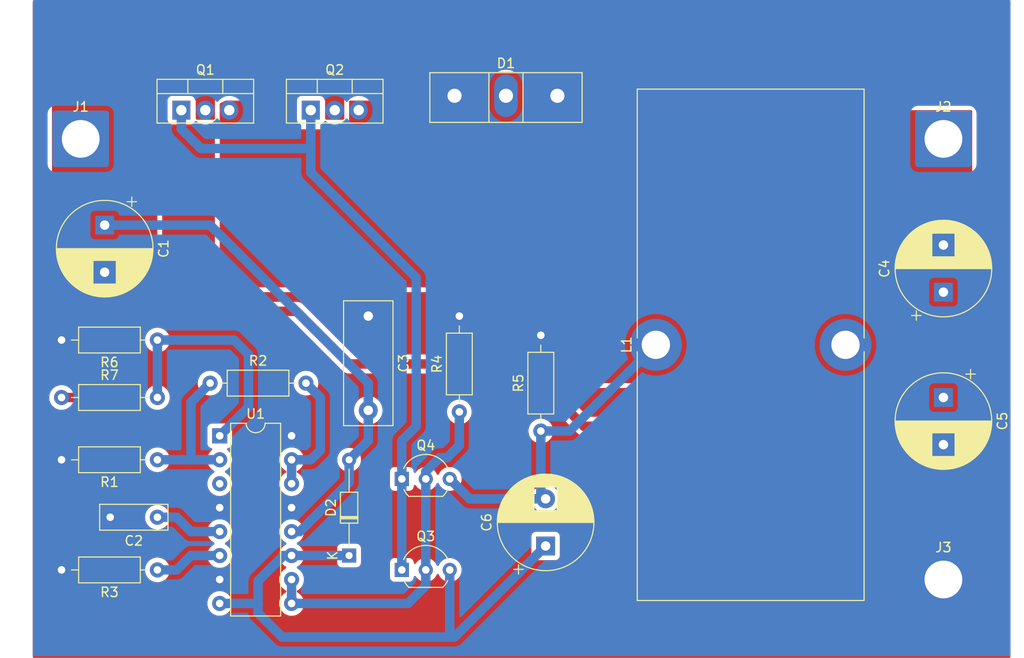
<source format=kicad_pcb>
(kicad_pcb (version 20171130) (host pcbnew "(5.1.6)-1")
  (layers (0 F.Cu signal) (31 B.Cu signal) (34 B.Paste user) (35 F.Paste user) (36 B.SilkS user) (37 F.SilkS user) (38 B.Mask user) (39 F.Mask user) (44 Edge.Cuts user))
  (net 0 "")
  (net 1 GND)
  (net 2 +BATT)
  (net 3 "Net-(C2-Pad1)")
  (net 4 VCC)
  (net 5 "Net-(C6-Pad2)")
  (net 6 "Net-(C6-Pad1)")
  (net 7 "Net-(Q1-Pad1)")
  (net 8 "Net-(Q3-Pad2)")
  (net 9 "Net-(R1-Pad1)")
  (net 10 "Net-(R2-Pad2)")
  (net 11 "Net-(R3-Pad1)")
  (net 12 "Net-(R6-Pad1)")
  (net 13 "Net-(U1-Pad3)")
  (module Connector_Wire:SolderWire-2.5sqmm_1x01_D2.4mm_OD4.4mm (layer F.Cu) (at 193.548 129.54)
    (fp_text reference J3 (at 0 -3.4) (layer F.SilkS))
    (fp_text value Screw_Terminal_01x01)
    (pad 1 thru_hole roundrect (at 0 0) (size 6 6) (drill 4) (layers *.Cu *.Mask) (roundrect_rratio 0.057) (net 1 GND))
  )
  (module Connector_Wire:SolderWire-2.5sqmm_1x01_D2.4mm_OD4.4mm (layer F.Cu) (at 193.548 82.804)
    (fp_text reference J2 (at 0 -3.4) (layer F.SilkS))
    (fp_text value Screw_Terminal_01x01)
    (pad 1 thru_hole roundrect (at 0 0) (size 6 6) (drill 4) (layers *.Cu *.Mask) (roundrect_rratio 0.057) (net 4 VCC))
  )
  (module Connector_Wire:SolderWire-2.5sqmm_1x01_D2.4mm_OD4.4mm (layer F.Cu) (at 102.108 82.804)
    (fp_text reference J1 (at 0 -3.4) (layer F.SilkS))
    (fp_text value Screw_Terminal_01x01)
    (pad 1 thru_hole roundrect (at 0 0) (size 6 6) (drill 4) (layers *.Cu *.Mask) (roundrect_rratio 0.057) (net 2 +BATT))
  )
  (module Package_DIP:DIP-16_W7.62mm (layer F.Cu) (at 116.84 114.3)
    (fp_text reference U1 (at 3.81 -2.33) (layer F.SilkS))
    (fp_text value TL494)
    (pad 16 thru_hole oval (at 7.62 0) (size 1.6 1.6) (drill 0.8) (layers *.Cu *.Mask) (net 1 GND))
    (pad 8 thru_hole oval (at 0 17.78) (size 1.6 1.6) (drill 0.8) (layers *.Cu *.Mask) (net 6 "Net-(C6-Pad1)"))
    (pad 15 thru_hole oval (at 7.62 2.54) (size 1.6 1.6) (drill 0.8) (layers *.Cu *.Mask) (net 10 "Net-(R2-Pad2)"))
    (pad 7 thru_hole oval (at 0 15.24) (size 1.6 1.6) (drill 0.8) (layers *.Cu *.Mask) (net 1 GND))
    (pad 14 thru_hole oval (at 7.62 5.08) (size 1.6 1.6) (drill 0.8) (layers *.Cu *.Mask) (net 10 "Net-(R2-Pad2)"))
    (pad 6 thru_hole oval (at 0 12.7) (size 1.6 1.6) (drill 0.8) (layers *.Cu *.Mask) (net 11 "Net-(R3-Pad1)"))
    (pad 13 thru_hole oval (at 7.62 7.62) (size 1.6 1.6) (drill 0.8) (layers *.Cu *.Mask) (net 1 GND))
    (pad 5 thru_hole oval (at 0 10.16) (size 1.6 1.6) (drill 0.8) (layers *.Cu *.Mask) (net 3 "Net-(C2-Pad1)"))
    (pad 12 thru_hole oval (at 7.62 10.16) (size 1.6 1.6) (drill 0.8) (layers *.Cu *.Mask) (net 2 +BATT))
    (pad 4 thru_hole oval (at 0 7.62) (size 1.6 1.6) (drill 0.8) (layers *.Cu *.Mask) (net 1 GND))
    (pad 11 thru_hole oval (at 7.62 12.7) (size 1.6 1.6) (drill 0.8) (layers *.Cu *.Mask) (net 6 "Net-(C6-Pad1)"))
    (pad 3 thru_hole oval (at 0 5.08) (size 1.6 1.6) (drill 0.8) (layers *.Cu *.Mask) (net 13 "Net-(U1-Pad3)"))
    (pad 10 thru_hole oval (at 7.62 15.24) (size 1.6 1.6) (drill 0.8) (layers *.Cu *.Mask) (net 8 "Net-(Q3-Pad2)"))
    (pad 2 thru_hole oval (at 0 2.54) (size 1.6 1.6) (drill 0.8) (layers *.Cu *.Mask) (net 9 "Net-(R1-Pad1)"))
    (pad 9 thru_hole oval (at 7.62 17.78) (size 1.6 1.6) (drill 0.8) (layers *.Cu *.Mask) (net 8 "Net-(Q3-Pad2)"))
    (pad 1 thru_hole rect (at 0 0) (size 1.6 1.6) (drill 0.8) (layers *.Cu *.Mask) (net 12 "Net-(R6-Pad1)"))
  )
  (module Resistor_THT:R_Axial_DIN0207_L6.3mm_D2.5mm_P10.16mm_Horizontal (layer F.Cu) (at 100.076 110.236)
    (fp_text reference R7 (at 5.08 -2.37) (layer F.SilkS))
    (fp_text value 8.2k)
    (pad 2 thru_hole oval (at 10.16 0) (size 1.6 1.6) (drill 0.8) (layers *.Cu *.Mask) (net 12 "Net-(R6-Pad1)"))
    (pad 1 thru_hole circle (at 0 0) (size 1.6 1.6) (drill 0.8) (layers *.Cu *.Mask) (net 4 VCC))
  )
  (module Resistor_THT:R_Axial_DIN0207_L6.3mm_D2.5mm_P10.16mm_Horizontal (layer F.Cu) (at 110.236 104.14 180)
    (fp_text reference R6 (at 5.08 -2.37) (layer F.SilkS))
    (fp_text value 2k)
    (pad 2 thru_hole oval (at 10.16 0 180) (size 1.6 1.6) (drill 0.8) (layers *.Cu *.Mask) (net 1 GND))
    (pad 1 thru_hole circle (at 0 0 180) (size 1.6 1.6) (drill 0.8) (layers *.Cu *.Mask) (net 12 "Net-(R6-Pad1)"))
  )
  (module Resistor_THT:R_Axial_DIN0207_L6.3mm_D2.5mm_P10.16mm_Horizontal (layer F.Cu) (at 150.876 113.792 90)
    (fp_text reference R5 (at 5.08 -2.37 90) (layer F.SilkS))
    (fp_text value 470)
    (pad 2 thru_hole oval (at 10.16 0 90) (size 1.6 1.6) (drill 0.8) (layers *.Cu *.Mask) (net 1 GND))
    (pad 1 thru_hole circle (at 0 0 90) (size 1.6 1.6) (drill 0.8) (layers *.Cu *.Mask) (net 5 "Net-(C6-Pad2)"))
  )
  (module Resistor_THT:R_Axial_DIN0207_L6.3mm_D2.5mm_P10.16mm_Horizontal (layer F.Cu) (at 142.24 111.76 90)
    (fp_text reference R4 (at 5.08 -2.37 90) (layer F.SilkS))
    (fp_text value 10k)
    (pad 2 thru_hole oval (at 10.16 0 90) (size 1.6 1.6) (drill 0.8) (layers *.Cu *.Mask) (net 1 GND))
    (pad 1 thru_hole circle (at 0 0 90) (size 1.6 1.6) (drill 0.8) (layers *.Cu *.Mask) (net 8 "Net-(Q3-Pad2)"))
  )
  (module Resistor_THT:R_Axial_DIN0207_L6.3mm_D2.5mm_P10.16mm_Horizontal (layer F.Cu) (at 110.236 128.524 180)
    (fp_text reference R3 (at 5.08 -2.37) (layer F.SilkS))
    (fp_text value 7.5k)
    (pad 2 thru_hole oval (at 10.16 0 180) (size 1.6 1.6) (drill 0.8) (layers *.Cu *.Mask) (net 1 GND))
    (pad 1 thru_hole circle (at 0 0 180) (size 1.6 1.6) (drill 0.8) (layers *.Cu *.Mask) (net 11 "Net-(R3-Pad1)"))
  )
  (module Resistor_THT:R_Axial_DIN0207_L6.3mm_D2.5mm_P10.16mm_Horizontal (layer F.Cu) (at 115.824 108.712)
    (fp_text reference R2 (at 5.08 -2.37) (layer F.SilkS))
    (fp_text value 5.1k)
    (pad 2 thru_hole oval (at 10.16 0) (size 1.6 1.6) (drill 0.8) (layers *.Cu *.Mask) (net 10 "Net-(R2-Pad2)"))
    (pad 1 thru_hole circle (at 0 0) (size 1.6 1.6) (drill 0.8) (layers *.Cu *.Mask) (net 9 "Net-(R1-Pad1)"))
  )
  (module Resistor_THT:R_Axial_DIN0207_L6.3mm_D2.5mm_P10.16mm_Horizontal (layer F.Cu) (at 110.236 116.84 180)
    (fp_text reference R1 (at 5.08 -2.37) (layer F.SilkS))
    (fp_text value 5.1k)
    (pad 2 thru_hole oval (at 10.16 0 180) (size 1.6 1.6) (drill 0.8) (layers *.Cu *.Mask) (net 1 GND))
    (pad 1 thru_hole circle (at 0 0 180) (size 1.6 1.6) (drill 0.8) (layers *.Cu *.Mask) (net 9 "Net-(R1-Pad1)"))
  )
  (module Package_TO_SOT_THT:TO-92_Inline_Wide (layer F.Cu) (at 136.144 118.872)
    (fp_text reference Q4 (at 2.54 -3.56) (layer F.SilkS))
    (fp_text value Q_PNP_EBC)
    (pad 1 thru_hole rect (at 0 0 90) (size 1.5 1.5) (drill 0.8) (layers *.Cu *.Mask) (net 7 "Net-(Q1-Pad1)"))
    (pad 3 thru_hole circle (at 5.08 0 90) (size 1.5 1.5) (drill 0.8) (layers *.Cu *.Mask) (net 5 "Net-(C6-Pad2)"))
    (pad 2 thru_hole circle (at 2.54 0 90) (size 1.5 1.5) (drill 0.8) (layers *.Cu *.Mask) (net 8 "Net-(Q3-Pad2)"))
  )
  (module Package_TO_SOT_THT:TO-92_Inline_Wide (layer F.Cu) (at 136.144 128.524)
    (fp_text reference Q3 (at 2.54 -3.56) (layer F.SilkS))
    (fp_text value Q_NPN_EBC)
    (pad 1 thru_hole rect (at 0 0 90) (size 1.5 1.5) (drill 0.8) (layers *.Cu *.Mask) (net 7 "Net-(Q1-Pad1)"))
    (pad 3 thru_hole circle (at 5.08 0 90) (size 1.5 1.5) (drill 0.8) (layers *.Cu *.Mask) (net 6 "Net-(C6-Pad1)"))
    (pad 2 thru_hole circle (at 2.54 0 90) (size 1.5 1.5) (drill 0.8) (layers *.Cu *.Mask) (net 8 "Net-(Q3-Pad2)"))
  )
  (module Package_TO_SOT_THT:TO-220-3_Vertical (layer F.Cu) (at 126.492 79.756)
    (fp_text reference Q2 (at 2.54 -4.27) (layer F.SilkS))
    (fp_text value Q_NMOS_GDS)
    (pad 3 thru_hole oval (at 5.08 0) (size 1.905 2) (drill 1.1) (layers *.Cu *.Mask) (net 5 "Net-(C6-Pad2)"))
    (pad 2 thru_hole oval (at 2.54 0) (size 1.905 2) (drill 1.1) (layers *.Cu *.Mask) (net 2 +BATT))
    (pad 1 thru_hole rect (at 0 0) (size 1.905 2) (drill 1.1) (layers *.Cu *.Mask) (net 7 "Net-(Q1-Pad1)"))
  )
  (module Package_TO_SOT_THT:TO-220-3_Vertical (layer F.Cu) (at 112.776 79.756)
    (fp_text reference Q1 (at 2.54 -4.27) (layer F.SilkS))
    (fp_text value Q_NMOS_GDS)
    (pad 3 thru_hole oval (at 5.08 0) (size 1.905 2) (drill 1.1) (layers *.Cu *.Mask) (net 5 "Net-(C6-Pad2)"))
    (pad 2 thru_hole oval (at 2.54 0) (size 1.905 2) (drill 1.1) (layers *.Cu *.Mask) (net 2 +BATT))
    (pad 1 thru_hole rect (at 0 0) (size 1.905 2) (drill 1.1) (layers *.Cu *.Mask) (net 7 "Net-(Q1-Pad1)"))
  )
  (module Inductor_THT:L_Toroid_Vertical_L54.0mm_W23.8mm_P20.10mm_Bourns_5700 (layer F.Cu) (at 163.068 104.648 90)
    (fp_text reference L1 (at 0 -3.1 90) (layer F.SilkS))
    (fp_text value 50u)
    (pad 2 thru_hole circle (at 0 20.1 90) (size 5.5 5.5) (drill 3) (layers *.Cu *.Mask) (net 4 VCC))
    (pad 1 thru_hole circle (at 0 0 90) (size 5.5 5.5) (drill 3) (layers *.Cu *.Mask) (net 5 "Net-(C6-Pad2)"))
  )
  (module Diode_THT:D_DO-34_SOD68_P10.16mm_Horizontal (layer F.Cu) (at 130.556 127 90)
    (fp_text reference D2 (at 5.08 -1.92 90) (layer F.SilkS))
    (fp_text value D)
    (fp_text user K (at 0 -1.75 90) (layer F.SilkS))
    (pad 2 thru_hole oval (at 10.16 0 90) (size 1.5 1.5) (drill 0.75) (layers *.Cu *.Mask) (net 2 +BATT))
    (pad 1 thru_hole rect (at 0 0 90) (size 1.5 1.5) (drill 0.75) (layers *.Cu *.Mask) (net 6 "Net-(C6-Pad1)"))
  )
  (module Package_TO_SOT_THT:TO-247-3_Vertical (layer F.Cu) (at 141.732 78.232)
    (fp_text reference D1 (at 5.45 -3.45) (layer F.SilkS))
    (fp_text value D_Schottky_x2_KCom_AKA)
    (pad 3 thru_hole oval (at 10.9 0) (size 2.5 4.5) (drill 1.5) (layers *.Cu *.Mask) (net 1 GND))
    (pad 2 thru_hole oval (at 5.45 0) (size 2.5 4.5) (drill 1.5) (layers *.Cu *.Mask) (net 5 "Net-(C6-Pad2)"))
    (pad 1 thru_hole rect (at 0 0) (size 2.5 4.5) (drill 1.5) (layers *.Cu *.Mask) (net 1 GND))
  )
  (module Capacitor_THT:CP_Radial_D10.0mm_P5.00mm (layer F.Cu) (at 151.384 125.984 90)
    (fp_text reference C6 (at 2.5 -6.25 90) (layer F.SilkS))
    (fp_text value 1u)
    (pad 1 thru_hole rect (at 0 0 90) (size 2 2) (drill 1) (layers *.Cu *.Mask) (net 6 "Net-(C6-Pad1)"))
    (pad 2 thru_hole circle (at 5 0 90) (size 2 2) (drill 1) (layers *.Cu *.Mask) (net 5 "Net-(C6-Pad2)"))
  )
  (module Capacitor_THT:CP_Radial_D10.0mm_P5.00mm (layer F.Cu) (at 193.548 110.236 270)
    (fp_text reference C5 (at 2.5 -6.25 90) (layer F.SilkS))
    (fp_text value 2200u)
    (pad 2 thru_hole circle (at 5 0 270) (size 2 2) (drill 1) (layers *.Cu *.Mask) (net 1 GND))
    (pad 1 thru_hole rect (at 0 0 270) (size 2 2) (drill 1) (layers *.Cu *.Mask) (net 4 VCC))
  )
  (module Capacitor_THT:CP_Radial_D10.0mm_P5.00mm (layer F.Cu) (at 193.548 99.06 90)
    (fp_text reference C4 (at 2.5 -6.25 90) (layer F.SilkS))
    (fp_text value 2200u)
    (pad 2 thru_hole circle (at 5 0 90) (size 2 2) (drill 1) (layers *.Cu *.Mask) (net 1 GND))
    (pad 1 thru_hole rect (at 0 0 90) (size 2 2) (drill 1) (layers *.Cu *.Mask) (net 4 VCC))
  )
  (module Capacitor_THT:C_Rect_L13.0mm_W5.0mm_P10.00mm_FKS3_FKP3_MKS4 (layer F.Cu) (at 132.588 101.6 270)
    (fp_text reference C3 (at 5 -3.75 90) (layer F.SilkS))
    (fp_text value 0.1u)
    (pad 2 thru_hole circle (at 10 0 270) (size 2 2) (drill 1) (layers *.Cu *.Mask) (net 2 +BATT))
    (pad 1 thru_hole circle (at 0 0 270) (size 2 2) (drill 1) (layers *.Cu *.Mask) (net 1 GND))
  )
  (module Capacitor_THT:C_Disc_D7.0mm_W2.5mm_P5.00mm (layer F.Cu) (at 110.236 122.936 180)
    (fp_text reference C2 (at 2.5 -2.5) (layer F.SilkS))
    (fp_text value 1n)
    (pad 2 thru_hole circle (at 5 0 180) (size 1.6 1.6) (drill 0.8) (layers *.Cu *.Mask) (net 1 GND))
    (pad 1 thru_hole circle (at 0 0 180) (size 1.6 1.6) (drill 0.8) (layers *.Cu *.Mask) (net 3 "Net-(C2-Pad1)"))
  )
  (module Capacitor_THT:CP_Radial_D10.0mm_P5.00mm (layer F.Cu) (at 104.648 91.948 270)
    (fp_text reference C1 (at 2.5 -6.25 90) (layer F.SilkS))
    (fp_text value 2200u)
    (pad 2 thru_hole circle (at 5 0 270) (size 2 2) (drill 1) (layers *.Cu *.Mask) (net 1 GND))
    (pad 1 thru_hole rect (at 0 0 270) (size 2 2) (drill 1) (layers *.Cu *.Mask) (net 2 +BATT))
  )
  (segment (start 125.324002 124.46) (end 124.46 124.46) (width 1) (layer B.Cu) (net 2))
  (segment (start 130.556 119.228002) (end 125.324002 124.46) (width 1) (layer B.Cu) (net 2))
  (segment (start 130.556 116.84) (end 130.556 119.228002) (width 1) (layer B.Cu) (net 2))
  (segment (start 132.588 114.808) (end 130.556 116.84) (width 1) (layer B.Cu) (net 2))
  (segment (start 132.588 111.6) (end 132.588 114.808) (width 1) (layer B.Cu) (net 2))
  (segment (start 104.648 91.948) (end 115.824 91.948) (width 1) (layer B.Cu) (net 2))
  (segment (start 132.588 108.712) (end 132.588 111.6) (width 1) (layer B.Cu) (net 2))
  (segment (start 115.824 91.948) (end 132.588 108.712) (width 1) (layer B.Cu) (net 2))
  (segment (start 110.236 122.936) (end 112.268 122.936) (width 1) (layer B.Cu) (net 3))
  (segment (start 113.792 124.46) (end 116.84 124.46) (width 1) (layer B.Cu) (net 3))
  (segment (start 112.268 122.936) (end 113.792 124.46) (width 1) (layer B.Cu) (net 3))
  (segment (start 148.844 106.68) (end 155.448 113.284) (width 1) (layer F.Cu) (net 4))
  (segment (start 124.968 101.092) (end 130.556 106.68) (width 1) (layer F.Cu) (net 4))
  (segment (start 174.532 113.284) (end 183.168 104.648) (width 1) (layer F.Cu) (net 4))
  (segment (start 101.6 110.236) (end 105.156 106.68) (width 1) (layer F.Cu) (net 4))
  (segment (start 130.556 106.68) (end 148.844 106.68) (width 1) (layer F.Cu) (net 4))
  (segment (start 105.156 106.68) (end 105.156 103.124) (width 1) (layer F.Cu) (net 4))
  (segment (start 155.448 113.284) (end 174.532 113.284) (width 1) (layer F.Cu) (net 4))
  (segment (start 100.076 110.236) (end 101.6 110.236) (width 1) (layer F.Cu) (net 4))
  (segment (start 105.156 103.124) (end 107.188 101.092) (width 1) (layer F.Cu) (net 4))
  (segment (start 107.188 101.092) (end 124.968 101.092) (width 1) (layer F.Cu) (net 4))
  (segment (start 143.336 120.984) (end 141.224 118.872) (width 1) (layer B.Cu) (net 5))
  (segment (start 151.384 120.984) (end 143.336 120.984) (width 1) (layer B.Cu) (net 5))
  (segment (start 150.876 120.476) (end 151.384 120.984) (width 1) (layer B.Cu) (net 5))
  (segment (start 150.876 113.792) (end 150.876 120.476) (width 1) (layer B.Cu) (net 5))
  (segment (start 153.924 113.792) (end 150.876 113.792) (width 1) (layer B.Cu) (net 5))
  (segment (start 163.068 104.648) (end 153.924 113.792) (width 1) (layer B.Cu) (net 5))
  (segment (start 130.556 127) (end 124.46 127) (width 1) (layer B.Cu) (net 6))
  (segment (start 151.384 125.984) (end 141.732 135.636) (width 1) (layer B.Cu) (net 6))
  (segment (start 123.444 135.636) (end 120.904 133.096) (width 1) (layer B.Cu) (net 6))
  (segment (start 123.595998 127) (end 124.46 127) (width 1) (layer B.Cu) (net 6))
  (segment (start 120.904 129.691998) (end 123.595998 127) (width 1) (layer B.Cu) (net 6))
  (segment (start 116.84 132.08) (end 120.904 132.08) (width 1) (layer B.Cu) (net 6))
  (segment (start 120.904 133.096) (end 120.904 132.08) (width 1) (layer B.Cu) (net 6))
  (segment (start 120.904 132.08) (end 120.904 129.691998) (width 1) (layer B.Cu) (net 6))
  (segment (start 141.224 128.524) (end 141.224 135.636) (width 1) (layer B.Cu) (net 6))
  (segment (start 141.732 135.636) (end 141.224 135.636) (width 1) (layer B.Cu) (net 6))
  (segment (start 141.224 135.636) (end 123.444 135.636) (width 1) (layer B.Cu) (net 6))
  (segment (start 126.492 86.36) (end 137.668 97.536) (width 1) (layer B.Cu) (net 7))
  (segment (start 137.668 97.536) (end 137.668 113.284) (width 1) (layer B.Cu) (net 7))
  (segment (start 136.144 114.808) (end 136.144 118.872) (width 1) (layer B.Cu) (net 7))
  (segment (start 137.668 113.284) (end 136.144 114.808) (width 1) (layer B.Cu) (net 7))
  (segment (start 114.84 83.82) (end 126.492 83.82) (width 1) (layer B.Cu) (net 7))
  (segment (start 126.492 79.756) (end 126.492 83.82) (width 1) (layer B.Cu) (net 7))
  (segment (start 112.776 81.756) (end 114.84 83.82) (width 1) (layer B.Cu) (net 7))
  (segment (start 112.776 79.756) (end 112.776 81.756) (width 1) (layer B.Cu) (net 7))
  (segment (start 126.492 83.82) (end 126.492 86.36) (width 1) (layer B.Cu) (net 7))
  (segment (start 136.144 118.872) (end 136.144 128.524) (width 1) (layer B.Cu) (net 7))
  (segment (start 124.46 132.08) (end 124.46 129.54) (width 1) (layer B.Cu) (net 8))
  (segment (start 138.684 128.524) (end 138.684 118.872) (width 1) (layer B.Cu) (net 8))
  (segment (start 136.788002 132.08) (end 124.46 132.08) (width 1) (layer B.Cu) (net 8))
  (segment (start 138.684 130.184002) (end 136.788002 132.08) (width 1) (layer B.Cu) (net 8))
  (segment (start 138.684 128.524) (end 138.684 130.184002) (width 1) (layer B.Cu) (net 8))
  (segment (start 142.24 111.76) (end 142.24 115.316) (width 1) (layer B.Cu) (net 8))
  (segment (start 138.684 118.081998) (end 138.684 118.872) (width 1) (layer B.Cu) (net 8))
  (segment (start 140.143999 116.621999) (end 138.684 118.081998) (width 1) (layer B.Cu) (net 8))
  (segment (start 140.934001 116.621999) (end 140.143999 116.621999) (width 1) (layer B.Cu) (net 8))
  (segment (start 142.24 115.316) (end 140.934001 116.621999) (width 1) (layer B.Cu) (net 8))
  (segment (start 115.824 108.712) (end 113.792 110.744) (width 1) (layer B.Cu) (net 9))
  (segment (start 110.236 116.84) (end 113.792 116.84) (width 1) (layer B.Cu) (net 9))
  (segment (start 113.792 110.744) (end 113.792 116.84) (width 1) (layer B.Cu) (net 9))
  (segment (start 113.792 116.84) (end 116.84 116.84) (width 1) (layer B.Cu) (net 9))
  (segment (start 125.984 108.712) (end 127.508 110.236) (width 1) (layer B.Cu) (net 10))
  (segment (start 127.508 110.236) (end 127.508 115.824) (width 1) (layer B.Cu) (net 10))
  (segment (start 127.508 115.824) (end 126.492 116.84) (width 1) (layer B.Cu) (net 10))
  (segment (start 126.492 116.84) (end 124.46 116.84) (width 1) (layer B.Cu) (net 10))
  (segment (start 124.46 116.84) (end 124.46 119.38) (width 1) (layer B.Cu) (net 10))
  (segment (start 110.236 128.524) (end 112.268 128.524) (width 1) (layer B.Cu) (net 11))
  (segment (start 113.792 127) (end 116.84 127) (width 1) (layer B.Cu) (net 11))
  (segment (start 112.268 128.524) (end 113.792 127) (width 1) (layer B.Cu) (net 11))
  (segment (start 110.236 104.14) (end 118.364 104.14) (width 1) (layer B.Cu) (net 12))
  (segment (start 118.364 104.14) (end 119.888 105.664) (width 1) (layer B.Cu) (net 12))
  (segment (start 119.888 111.252) (end 116.84 114.3) (width 1) (layer B.Cu) (net 12))
  (segment (start 119.888 105.664) (end 119.888 111.252) (width 1) (layer B.Cu) (net 12))
  (segment (start 110.236 104.14) (end 110.236 110.236) (width 1) (layer B.Cu) (net 12))
  (zone (net 2) (net_name +BATT) (layer F.Cu) (priority 2) (connect_pads yes (clearance 0.508)) (min_thickness 0.254) (fill yes (arc_segments 32) (thermal_gap 0.508) (thermal_bridge_width 0.508))
    (polygon (pts (xy 130.048 80.772) (xy 128.016 80.772) (xy 128.016 78.74) (xy 127 78.232) (xy 117.348 78.232) (xy 116.332 78.74) (xy 116.332 80.772) (xy 114.3 80.772) (xy 114.3 78.74) (xy 113.284 78.232) (xy 110.236 78.232) (xy 110.236 94.488) (xy 99.06 94.488) (xy 99.06 69.596) (xy 130.048 69.596)))
  )
  (zone (net 5) (net_name "Net-(C6-Pad2)") (layer F.Cu) (priority 1) (connect_pads yes (clearance 0.508)) (min_thickness 0.254) (fill yes (arc_segments 32) (thermal_gap 0.508) (thermal_bridge_width 0.508))
    (polygon (pts (xy 149.86 81.661) (xy 166.497 81.788) (xy 166.624 108.712) (xy 154.432 108.712) (xy 154.432 98.552) (xy 116.84 98.552) (xy 116.84 78.74) (xy 120.396 78.74) (xy 120.396 81.788) (xy 129.54 81.788) (xy 130.556 80.772) (xy 130.556 78.74) (xy 134.112 78.74) (xy 134.112 81.788) (xy 144.272 81.788) (xy 144.272 75.692) (xy 149.86 75.692)))
  )
  (zone (net 4) (net_name VCC) (layer F.Cu) (priority 1) (connect_pads yes (clearance 0.508)) (min_thickness 0.254) (fill yes (arc_segments 32) (thermal_gap 0.508) (thermal_bridge_width 0.508))
    (polygon (pts (xy 196.596 91.44) (xy 191.516 91.44) (xy 191.516 96.52) (xy 196.596 96.52) (xy 196.596 112.776) (xy 179.324 112.776) (xy 179.324 79.756) (xy 196.596 79.756)))
  )
  (zone (net 1) (net_name GND) (layer B.Cu) (connect_pads yes (clearance 0.508)) (min_thickness 0.254) (fill yes (arc_segments 32) (thermal_gap 0.508) (thermal_bridge_width 0.508))
    (polygon (pts (xy 200.66 137.668) (xy 97.028 137.668) (xy 97.028 68.072) (xy 200.66 68.072)))
  )
  (zone (net 1) (net_name GND) (layer F.Cu) (connect_pads yes (clearance 0.508)) (min_thickness 0.254) (fill yes (arc_segments 32) (thermal_gap 0.508) (thermal_bridge_width 0.508))
    (polygon (pts (xy 200.66 137.851537) (xy 97.028 137.851537) (xy 97.028 68.255537) (xy 200.66 68.255537)))
  )
)
</source>
